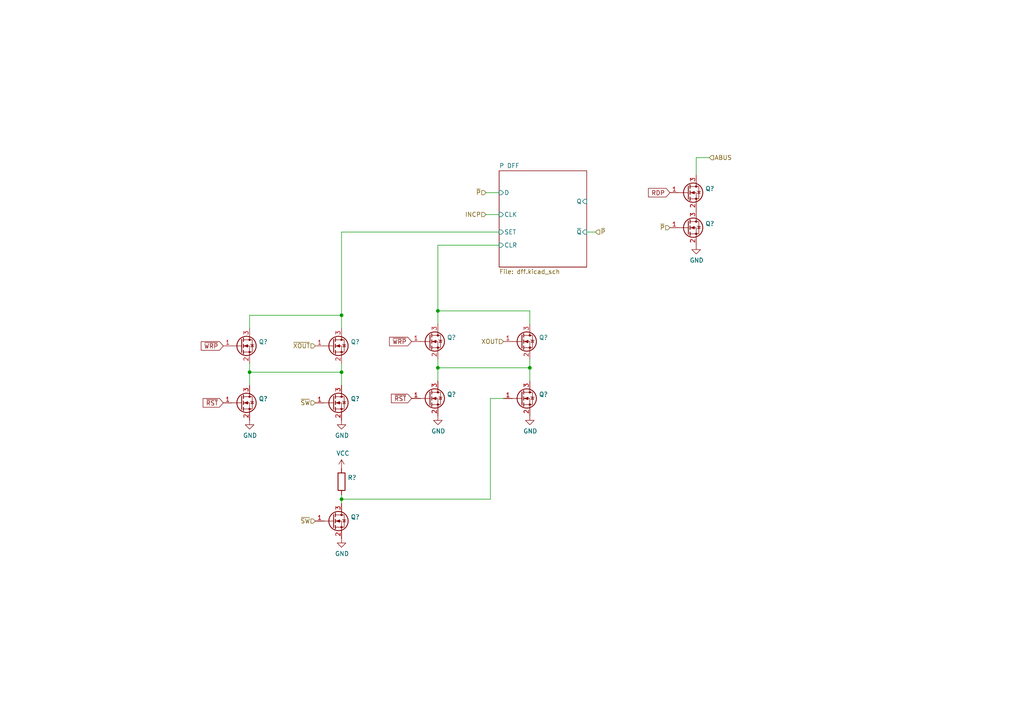
<source format=kicad_sch>
(kicad_sch (version 20211123) (generator eeschema)
  (paper "A4")
  (title_block (title "Q2 Computer") (date "2022-04-16") (rev "4c") (company "joewing.net"))
  (lib_symbols
    (symbol "Device:R" (pin_numbers hide) (pin_names (offset 0))
      (property "Reference" "R" (at 2.032 0 90))
      (property "Value" "R" (at 0 0 90))
      (symbol "R_0_1"
        (rectangle (start -1.016 -2.54) (end 1.016 2.54) (stroke (width 0.254)))
      )
      (symbol "R_1_1"
        (pin passive line (at 0 3.81 270) (length 1.27) (name "~") (number "1"))
        (pin passive line (at 0 -3.81 90) (length 1.27) (name "~") (number "2"))
      )
    )
    (symbol "Transistor_FET:2N7002" (pin_names hide)
      (property "Reference" "Q" (at 5.08 1.905 0))
      (property "Value" "2N7002" (at 5.08 0 0))
      (symbol "2N7002_0_1"
        (polyline (pts (xy 0.254 0) (xy -2.54 0)))
        (polyline (pts (xy 0.254 1.905) (xy 0.254 -1.905)) (stroke (width 0.254)))
        (polyline (pts (xy 0.762 -1.27) (xy 0.762 -2.286)) (stroke (width 0.254)))
        (polyline (pts (xy 0.762 0.508) (xy 0.762 -0.508)) (stroke (width 0.254)))
        (polyline (pts (xy 0.762 2.286) (xy 0.762 1.27)) (stroke (width 0.254)))
        (polyline (pts (xy 2.54 2.54) (xy 2.54 1.778)))
        (polyline (pts (xy 2.54 -2.54) (xy 2.54 0) (xy 0.762 0)))
        (polyline (pts (xy 0.762 -1.778) (xy 3.302 -1.778) (xy 3.302 1.778) (xy 0.762 1.778)))
        (polyline (pts (xy 1.016 0) (xy 2.032 0.381) (xy 2.032 -0.381) (xy 1.016 0)) (fill (type outline)))
        (polyline (pts (xy 2.794 0.508) (xy 2.921 0.381) (xy 3.683 0.381) (xy 3.81 0.254)))
        (polyline (pts (xy 3.302 0.381) (xy 2.921 -0.254) (xy 3.683 -0.254) (xy 3.302 0.381)))
        (circle (center 1.651 0) (radius 2.794) (stroke (width 0.254)))
        (circle (center 2.54 -1.778) (radius 0.254) (fill (type outline)))
        (circle (center 2.54 1.778) (radius 0.254) (fill (type outline)))
      )
      (symbol "2N7002_1_1"
        (pin input line (at -5.08 0 0) (length 2.54) (name "G") (number "1"))
        (pin passive line (at 2.54 -5.08 90) (length 2.54) (name "S") (number "2"))
        (pin passive line (at 2.54 5.08 270) (length 2.54) (name "D") (number "3"))
      )
    )
    (symbol "power:GND" (power) (pin_names (offset 0))
      (property "Value" "GND" (at 0 -3.81 0))
      (symbol "GND_0_1"
        (polyline (pts (xy 0 0) (xy 0 -1.27) (xy 1.27 -1.27) (xy 0 -2.54) (xy -1.27 -1.27) (xy 0 -1.27)))
      )
      (symbol "GND_1_1"
        (pin power_in line (at 0 0 270) (length 0) hide (name "GND") (number "1"))
      )
    )
    (symbol "power:VCC" (power) (pin_names (offset 0))
      (property "Value" "VCC" (at 0 3.81 0))
      (symbol "VCC_0_1"
        (polyline (pts (xy -0.762 1.27) (xy 0 2.54)))
        (polyline (pts (xy 0 0) (xy 0 2.54)))
        (polyline (pts (xy 0 2.54) (xy 0.762 1.27)))
      )
      (symbol "VCC_1_1"
        (pin power_in line (at 0 0 90) (length 0) hide (name "VCC") (number "1"))
      )
    )
  )
  (junction (at 153.67 106.68))
  (junction (at 99.06 144.78))
  (junction (at 99.06 107.95))
  (junction (at 127 106.68))
  (junction (at 99.06 91.44))
  (junction (at 127 90.17))
  (junction (at 72.39 107.95))
  (wire (pts (xy 142.24 115.57) (xy 146.05 115.57)))
  (wire (pts (xy 127 90.17) (xy 153.67 90.17)))
  (wire (pts (xy 99.06 107.95) (xy 99.06 105.41)))
  (wire (pts (xy 99.06 91.44) (xy 99.06 95.25)))
  (wire (pts (xy 99.06 67.31) (xy 144.78 67.31)))
  (wire (pts (xy 127 104.14) (xy 127 106.68)))
  (wire (pts (xy 142.24 144.78) (xy 142.24 115.57)))
  (wire (pts (xy 99.06 144.78) (xy 99.06 146.05)))
  (wire (pts (xy 127 90.17) (xy 127 71.12)))
  (wire (pts (xy 72.39 105.41) (xy 72.39 107.95)))
  (wire (pts (xy 172.72 67.31) (xy 170.18 67.31)))
  (wire (pts (xy 99.06 143.51) (xy 99.06 144.78)))
  (wire (pts (xy 205.74 45.72) (xy 201.93 45.72)))
  (wire (pts (xy 153.67 90.17) (xy 153.67 93.98)))
  (wire (pts (xy 99.06 91.44) (xy 99.06 67.31)))
  (wire (pts (xy 127 93.98) (xy 127 90.17)))
  (wire (pts (xy 140.97 55.88) (xy 144.78 55.88)))
  (wire (pts (xy 72.39 91.44) (xy 99.06 91.44)))
  (wire (pts (xy 72.39 95.25) (xy 72.39 91.44)))
  (wire (pts (xy 127 106.68) (xy 153.67 106.68)))
  (wire (pts (xy 140.97 62.23) (xy 144.78 62.23)))
  (wire (pts (xy 127 71.12) (xy 144.78 71.12)))
  (wire (pts (xy 153.67 106.68) (xy 153.67 104.14)))
  (wire (pts (xy 72.39 107.95) (xy 99.06 107.95)))
  (wire (pts (xy 127 106.68) (xy 127 110.49)))
  (wire (pts (xy 99.06 144.78) (xy 142.24 144.78)))
  (wire (pts (xy 153.67 106.68) (xy 153.67 110.49)))
  (wire (pts (xy 201.93 45.72) (xy 201.93 50.8)))
  (wire (pts (xy 99.06 107.95) (xy 99.06 111.76)))
  (wire (pts (xy 72.39 107.95) (xy 72.39 111.76)))
  (global_label "~{WRP}" (shape input) (at 64.77 100.33 180) (property "Intersheet References" "${INTERSHEET_REFS}" (effects hide)))
  (global_label "~{WRP}" (shape input) (at 119.38 99.06 180) (property "Intersheet References" "${INTERSHEET_REFS}" (effects hide)))
  (global_label "RDP" (shape input) (at 194.31 55.88 180) (property "Intersheet References" "${INTERSHEET_REFS}" (effects hide)))
  (global_label "~{RST}" (shape input) (at 64.77 116.84 180) (property "Intersheet References" "${INTERSHEET_REFS}" (effects hide)))
  (global_label "~{RST}" (shape input) (at 119.38 115.57 180) (property "Intersheet References" "${INTERSHEET_REFS}" (effects hide)))
  (hierarchical_label "~{SW}" (shape input) (at 91.44 116.84 180))
  (hierarchical_label "XOUT" (shape input) (at 146.05 99.06 180))
  (hierarchical_label "~{P}" (shape input) (at 172.72 67.31 0))
  (hierarchical_label "ABUS" (shape input) (at 205.74 45.72 0))
  (hierarchical_label "~{SW}" (shape input) (at 91.44 151.13 180))
  (hierarchical_label "INCP" (shape input) (at 140.97 62.23 180))
  (hierarchical_label "~{P}" (shape input) (at 140.97 55.88 180))
  (hierarchical_label "~{P}" (shape input) (at 194.31 66.04 180))
  (hierarchical_label "~{XOUT}" (shape input) (at 91.44 100.33 180))
  (symbol (lib_id "Transistor_FET:2N7002") (at 199.39 66.04 0) (unit 1)
    (property "Reference" "Q?" (at 204.5716 64.8716 0) (effects (justify left)))
    (property "LCSC" "C181083" (effects hide))
    (property "Manufacturer" "Guangdong Hottech" (effects hide))
    (property "Part Number" "2N7002" (effects hide))
    (property "Package" "SOT-23" (effects hide))
    (property "Type" "SMD" (effects hide))
  )
  (symbol (lib_id "power:GND") (at 201.93 71.12 0) (unit 1)
    (property "Reference" "#PWR?" (effects hide))
  )
  (symbol (lib_id "Transistor_FET:2N7002") (at 199.39 55.88 0) (unit 1)
    (property "Reference" "Q?" (at 204.5716 54.7116 0) (effects (justify left)))
    (property "LCSC" "C181083" (effects hide))
    (property "Manufacturer" "Guangdong Hottech" (effects hide))
    (property "Part Number" "2N7002" (effects hide))
    (property "Package" "SOT-23" (effects hide))
    (property "Type" "SMD" (effects hide))
  )
  (symbol (lib_id "Transistor_FET:2N7002") (at 151.13 99.06 0) (unit 1)
    (property "Reference" "Q?" (at 156.3116 97.8916 0) (effects (justify left)))
    (property "LCSC" "C181083" (effects hide))
    (property "Manufacturer" "Guangdong Hottech" (effects hide))
    (property "Part Number" "2N7002" (effects hide))
    (property "Package" "SOT-23" (effects hide))
    (property "Type" "SMD" (effects hide))
  )
  (symbol (lib_id "Transistor_FET:2N7002") (at 124.46 99.06 0) (unit 1)
    (property "Reference" "Q?" (at 129.6416 97.8916 0) (effects (justify left)))
    (property "LCSC" "C181083" (effects hide))
    (property "Manufacturer" "Guangdong Hottech" (effects hide))
    (property "Part Number" "2N7002" (effects hide))
    (property "Package" "SOT-23" (effects hide))
    (property "Type" "SMD" (effects hide))
  )
  (symbol (lib_id "power:GND") (at 127 120.65 0) (unit 1)
    (property "Reference" "#PWR?" (effects hide))
  )
  (symbol (lib_id "Transistor_FET:2N7002") (at 151.13 115.57 0) (unit 1)
    (property "Reference" "Q?" (at 156.3116 114.4016 0) (effects (justify left)))
    (property "LCSC" "C181083" (effects hide))
    (property "Manufacturer" "Guangdong Hottech" (effects hide))
    (property "Part Number" "2N7002" (effects hide))
    (property "Package" "SOT-23" (effects hide))
    (property "Type" "SMD" (effects hide))
  )
  (symbol (lib_id "Transistor_FET:2N7002") (at 124.46 115.57 0) (unit 1)
    (property "Reference" "Q?" (at 129.6416 114.4016 0) (effects (justify left)))
    (property "LCSC" "C181083" (effects hide))
    (property "Manufacturer" "Guangdong Hottech" (effects hide))
    (property "Part Number" "2N7002K" (effects hide))
    (property "Package" "SOT-23" (effects hide))
    (property "Type" "SMD" (effects hide))
  )
  (symbol (lib_id "power:GND") (at 153.67 120.65 0) (unit 1)
    (property "Reference" "#PWR?" (effects hide))
  )
  (symbol (lib_id "Transistor_FET:2N7002") (at 96.52 151.13 0) (unit 1)
    (property "Reference" "Q?" (at 101.7016 149.9616 0) (effects (justify left)))
    (property "LCSC" "C181083" (effects hide))
    (property "Manufacturer" "Guangdong Hottech" (effects hide))
    (property "Part Number" "2N7002K" (effects hide))
    (property "Package" "SOT-23" (effects hide))
    (property "Type" "SMD" (effects hide))
  )
  (symbol (lib_id "power:GND") (at 99.06 156.21 0) (unit 1)
    (property "Reference" "#PWR?" (effects hide))
  )
  (symbol (lib_id "Device:R") (at 99.06 139.7 0) (unit 1)
    (property "Reference" "R?" (at 100.838 138.5316 0) (effects (justify left)))
    (property "LCSC" "C25803" (effects hide))
    (property "Manufacturer" "UNI-ROYAL(Uniroyal Elec)" (effects hide))
    (property "Part Number" "0603WAF1003T5E" (effects hide))
    (property "Package" "0603" (effects hide))
    (property "Type" "SMD" (effects hide))
  )
  (symbol (lib_id "power:VCC") (at 99.06 135.89 0) (unit 1)
    (property "Reference" "#PWR?" (effects hide))
  )
  (symbol (lib_id "Transistor_FET:2N7002") (at 96.52 100.33 0) (unit 1)
    (property "Reference" "Q?" (at 101.7016 99.1616 0) (effects (justify left)))
    (property "LCSC" "C181083" (effects hide))
    (property "Manufacturer" "Guangdong Hottech" (effects hide))
    (property "Part Number" "2N7002" (effects hide))
    (property "Package" "SOT-23" (effects hide))
    (property "Type" "SMD" (effects hide))
  )
  (symbol (lib_id "Transistor_FET:2N7002") (at 69.85 100.33 0) (unit 1)
    (property "Reference" "Q?" (at 75.0316 99.1616 0) (effects (justify left)))
    (property "LCSC" "C181083" (effects hide))
    (property "Manufacturer" "Guangdong Hottech" (effects hide))
    (property "Part Number" "2N7002" (effects hide))
    (property "Package" "SOT-23" (effects hide))
    (property "Type" "SMD" (effects hide))
  )
  (symbol (lib_id "power:GND") (at 72.39 121.92 0) (unit 1)
    (property "Reference" "#PWR?" (effects hide))
  )
  (symbol (lib_id "Transistor_FET:2N7002") (at 96.52 116.84 0) (unit 1)
    (property "Reference" "Q?" (at 101.7016 115.6716 0) (effects (justify left)))
    (property "LCSC" "C181083" (effects hide))
    (property "Manufacturer" "Guangdong Hottech" (effects hide))
    (property "Part Number" "2N7002K" (effects hide))
    (property "Package" "SOT-23" (effects hide))
    (property "Type" "SMD" (effects hide))
  )
  (symbol (lib_id "Transistor_FET:2N7002") (at 69.85 116.84 0) (unit 1)
    (property "Reference" "Q?" (at 75.0316 115.6716 0) (effects (justify left)))
    (property "LCSC" "C181083" (effects hide))
    (property "Manufacturer" "Guangdong Hottech" (effects hide))
    (property "Part Number" "2N7002K" (effects hide))
    (property "Package" "SOT-23" (effects hide))
    (property "Type" "SMD" (effects hide))
  )
  (symbol (lib_id "power:GND") (at 99.06 121.92 0) (unit 1)
    (property "Reference" "#PWR?" (effects hide))
  )
  (sheet (at 144.78 49.53) (size 25.4 27.94)
    (property "Sheet name" "P DFF" (at 144.78 48.8184 0) (effects (justify left bottom)))
    (property "Sheet file" "dff.kicad_sch" (at 144.78 78.0546 0) (effects (justify left top)))
    (pin "D" input (at 144.78 55.88 180))
    (pin "CLK" input (at 144.78 62.23 180))
    (pin "Q" input (at 170.18 58.42 0))
    (pin "~{Q}" input (at 170.18 67.31 0))
    (pin "SET" input (at 144.78 67.31 180))
    (pin "CLR" input (at 144.78 71.12 180))
  )
)
</source>
